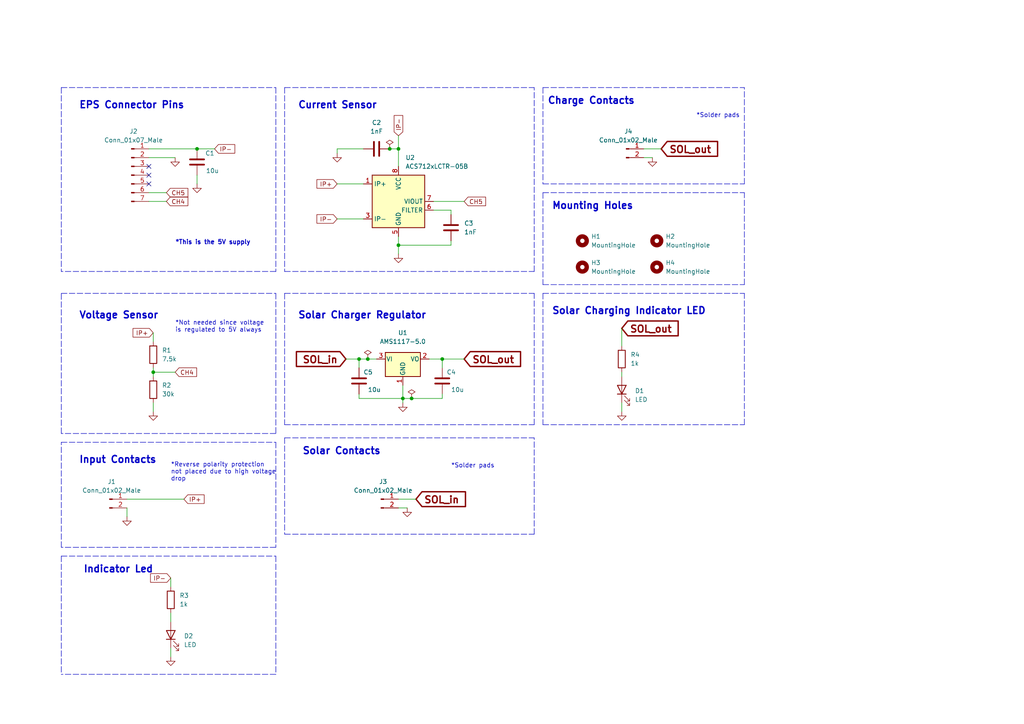
<source format=kicad_sch>
(kicad_sch (version 20211123) (generator eeschema)
  (paper "A4")
  (lib_symbols
    (symbol "Connector:Conn_01x02_Male" (pin_names (offset 1.016) hide)
      (property "Reference" "J" (at 0 2.54 0))
      (property "Value" "Conn_01x02_Male" (at 0 -5.08 0))
      (symbol "Conn_01x02_Male_1_1"
        (polyline (pts (xy 1.27 -2.54) (xy 0.8636 -2.54)) (stroke (width 0.1524)))
        (polyline (pts (xy 1.27 0) (xy 0.8636 0)) (stroke (width 0.1524)))
        (rectangle (start 0.8636 -2.413) (end 0 -2.667) (stroke (width 0.1524)) (fill (type outline)))
        (rectangle (start 0.8636 0.127) (end 0 -0.127) (stroke (width 0.1524)) (fill (type outline)))
        (pin passive line (at 5.08 0 180) (length 3.81) (name "Pin_1") (number "1"))
        (pin passive line (at 5.08 -2.54 180) (length 3.81) (name "Pin_2") (number "2"))
      )
    )
    (symbol "Connector:Conn_01x07_Male" (pin_names (offset 1.016) hide)
      (property "Reference" "J" (at 0 10.16 0))
      (property "Value" "Conn_01x07_Male" (at 0 -10.16 0))
      (symbol "Conn_01x07_Male_1_1"
        (polyline (pts (xy 1.27 -7.62) (xy 0.8636 -7.62)) (stroke (width 0.1524)))
        (polyline (pts (xy 1.27 -5.08) (xy 0.8636 -5.08)) (stroke (width 0.1524)))
        (polyline (pts (xy 1.27 -2.54) (xy 0.8636 -2.54)) (stroke (width 0.1524)))
        (polyline (pts (xy 1.27 0) (xy 0.8636 0)) (stroke (width 0.1524)))
        (polyline (pts (xy 1.27 2.54) (xy 0.8636 2.54)) (stroke (width 0.1524)))
        (polyline (pts (xy 1.27 5.08) (xy 0.8636 5.08)) (stroke (width 0.1524)))
        (polyline (pts (xy 1.27 7.62) (xy 0.8636 7.62)) (stroke (width 0.1524)))
        (rectangle (start 0.8636 -7.493) (end 0 -7.747) (stroke (width 0.1524)) (fill (type outline)))
        (rectangle (start 0.8636 -4.953) (end 0 -5.207) (stroke (width 0.1524)) (fill (type outline)))
        (rectangle (start 0.8636 -2.413) (end 0 -2.667) (stroke (width 0.1524)) (fill (type outline)))
        (rectangle (start 0.8636 0.127) (end 0 -0.127) (stroke (width 0.1524)) (fill (type outline)))
        (rectangle (start 0.8636 2.667) (end 0 2.413) (stroke (width 0.1524)) (fill (type outline)))
        (rectangle (start 0.8636 5.207) (end 0 4.953) (stroke (width 0.1524)) (fill (type outline)))
        (rectangle (start 0.8636 7.747) (end 0 7.493) (stroke (width 0.1524)) (fill (type outline)))
        (pin passive line (at 5.08 7.62 180) (length 3.81) (name "Pin_1") (number "1"))
        (pin passive line (at 5.08 5.08 180) (length 3.81) (name "Pin_2") (number "2"))
        (pin passive line (at 5.08 2.54 180) (length 3.81) (name "Pin_3") (number "3"))
        (pin passive line (at 5.08 0 180) (length 3.81) (name "Pin_4") (number "4"))
        (pin passive line (at 5.08 -2.54 180) (length 3.81) (name "Pin_5") (number "5"))
        (pin passive line (at 5.08 -5.08 180) (length 3.81) (name "Pin_6") (number "6"))
        (pin passive line (at 5.08 -7.62 180) (length 3.81) (name "Pin_7") (number "7"))
      )
    )
    (symbol "Device:C" (pin_numbers hide) (pin_names (offset 0.254))
      (property "Reference" "C" (at 0.635 2.54 0))
      (property "Value" "C" (at 0.635 -2.54 0))
      (symbol "C_0_1"
        (polyline (pts (xy -2.032 -0.762) (xy 2.032 -0.762)) (stroke (width 0.508)))
        (polyline (pts (xy -2.032 0.762) (xy 2.032 0.762)) (stroke (width 0.508)))
      )
      (symbol "C_1_1"
        (pin passive line (at 0 3.81 270) (length 2.794) (name "~") (number "1"))
        (pin passive line (at 0 -3.81 90) (length 2.794) (name "~") (number "2"))
      )
    )
    (symbol "Device:LED" (pin_numbers hide) (pin_names (offset 1.016) hide)
      (property "Reference" "D" (at 0 2.54 0))
      (property "Value" "LED" (at 0 -2.54 0))
      (symbol "LED_0_1"
        (polyline (pts (xy -1.27 -1.27) (xy -1.27 1.27)) (stroke (width 0.254)))
        (polyline (pts (xy -1.27 0) (xy 1.27 0)))
        (polyline (pts (xy 1.27 -1.27) (xy 1.27 1.27) (xy -1.27 0) (xy 1.27 -1.27)) (stroke (width 0.254)))
        (polyline (pts (xy -3.048 -0.762) (xy -4.572 -2.286) (xy -3.81 -2.286) (xy -4.572 -2.286) (xy -4.572 -1.524)))
        (polyline (pts (xy -1.778 -0.762) (xy -3.302 -2.286) (xy -2.54 -2.286) (xy -3.302 -2.286) (xy -3.302 -1.524)))
      )
      (symbol "LED_1_1"
        (pin passive line (at -3.81 0 0) (length 2.54) (name "K") (number "1"))
        (pin passive line (at 3.81 0 180) (length 2.54) (name "A") (number "2"))
      )
    )
    (symbol "Device:R" (pin_numbers hide) (pin_names (offset 0))
      (property "Reference" "R" (at 2.032 0 90))
      (property "Value" "R" (at 0 0 90))
      (symbol "R_0_1"
        (rectangle (start -1.016 -2.54) (end 1.016 2.54) (stroke (width 0.254)))
      )
      (symbol "R_1_1"
        (pin passive line (at 0 3.81 270) (length 1.27) (name "~") (number "1"))
        (pin passive line (at 0 -3.81 90) (length 1.27) (name "~") (number "2"))
      )
    )
    (symbol "Mechanical:MountingHole" (pin_names (offset 1.016))
      (property "Reference" "H" (at 0 5.08 0))
      (property "Value" "MountingHole" (at 0 3.175 0))
      (symbol "MountingHole_0_1"
        (circle (center 0 0) (radius 1.27) (stroke (width 1.27)))
      )
    )
    (symbol "Regulator_Linear:AMS1117-5.0" (pin_names (offset 0.254))
      (property "Reference" "U" (at -3.81 3.175 0))
      (property "Value" "AMS1117-5.0" (at 0 3.175 0))
      (symbol "AMS1117-5.0_0_1"
        (rectangle (start -5.08 -5.08) (end 5.08 1.905) (stroke (width 0.254)) (fill (type background)))
      )
      (symbol "AMS1117-5.0_1_1"
        (pin power_in line (at 0 -7.62 90) (length 2.54) (name "GND") (number "1"))
        (pin power_out line (at 7.62 0 180) (length 2.54) (name "VO") (number "2"))
        (pin power_in line (at -7.62 0 0) (length 2.54) (name "VI") (number "3"))
      )
    )
    (symbol "Sensor_Current:ACS712xLCTR-05B"
      (property "Reference" "U" (at 2.54 11.43 0))
      (property "Value" "ACS712xLCTR-05B" (at 2.54 8.89 0))
      (symbol "ACS712xLCTR-05B_0_1"
        (rectangle (start -7.62 7.62) (end 7.62 -7.62) (stroke (width 0.254)) (fill (type background)))
      )
      (symbol "ACS712xLCTR-05B_1_1"
        (pin passive line (at -10.16 5.08 0) (length 2.54) (name "IP+") (number "1"))
        (pin passive line (at -10.16 5.08 0) (length 2.54) hide (name "IP+") (number "2"))
        (pin passive line (at -10.16 -5.08 0) (length 2.54) (name "IP-") (number "3"))
        (pin passive line (at -10.16 -5.08 0) (length 2.54) hide (name "IP-") (number "4"))
        (pin power_in line (at 0 -10.16 90) (length 2.54) (name "GND") (number "5"))
        (pin passive line (at 10.16 -2.54 180) (length 2.54) (name "FILTER") (number "6"))
        (pin output line (at 10.16 0 180) (length 2.54) (name "VIOUT") (number "7"))
        (pin power_in line (at 0 10.16 270) (length 2.54) (name "VCC") (number "8"))
      )
    )
    (symbol "power:GND" (power) (pin_names (offset 0))
      (property "Value" "GND" (at 0 -3.81 0))
      (symbol "GND_0_1"
        (polyline (pts (xy 0 0) (xy 0 -1.27) (xy 1.27 -1.27) (xy 0 -2.54) (xy -1.27 -1.27) (xy 0 -1.27)))
      )
      (symbol "GND_1_1"
        (pin power_in line (at 0 0 270) (length 0) hide (name "GND") (number "1"))
      )
    )
    (symbol "power:PWR_FLAG" (power) (pin_numbers hide) (pin_names (offset 0) hide)
      (property "Value" "PWR_FLAG" (at 0 3.81 0))
      (symbol "PWR_FLAG_0_0"
        (pin power_out line (at 0 0 90) (length 0) (name "pwr") (number "1"))
      )
      (symbol "PWR_FLAG_0_1"
        (polyline (pts (xy 0 0) (xy 0 1.27) (xy -1.016 1.905) (xy 0 2.54) (xy 1.016 1.905) (xy 0 1.27)))
      )
    )
  )
  (junction (at 115.57 43.18))
  (junction (at 57.15 43.18))
  (junction (at 119.38 115.57))
  (junction (at 116.84 115.57))
  (junction (at 106.68 104.14))
  (junction (at 113.03 43.18))
  (junction (at 104.14 104.14))
  (junction (at 44.45 107.95))
  (junction (at 115.57 71.12))
  (junction (at 128.27 104.14))
  (no_connect (at 43.18 53.34))
  (no_connect (at 43.18 50.8))
  (no_connect (at 43.18 48.26))
  (wire (pts (xy 43.18 55.88) (xy 48.26 55.88)))
  (polyline (pts (xy 82.55 154.94) (xy 154.94 154.94)))
  (polyline (pts (xy 82.55 85.09) (xy 82.55 123.19)))
  (polyline (pts (xy 17.78 161.29) (xy 80.01 161.29)))
  (polyline (pts (xy 80.01 25.4) (xy 80.01 78.74)))
  (polyline (pts (xy 17.78 158.75) (xy 17.78 128.27)))
  (polyline (pts (xy 154.94 78.74) (xy 154.94 25.4)))
  (polyline (pts (xy 17.78 25.4) (xy 80.01 25.4)))
  (polyline (pts (xy 82.55 127) (xy 82.55 154.94)))
  (wire (pts (xy 128.27 104.14) (xy 128.27 106.68)))
  (wire (pts (xy 36.83 144.78) (xy 53.34 144.78)))
  (wire (pts (xy 124.46 104.14) (xy 128.27 104.14)))
  (polyline (pts (xy 157.48 25.4) (xy 157.48 53.34)))
  (wire (pts (xy 104.14 115.57) (xy 116.84 115.57)))
  (wire (pts (xy 119.38 115.57) (xy 128.27 115.57)))
  (wire (pts (xy 115.57 71.12) (xy 115.57 73.66)))
  (wire (pts (xy 97.79 43.18) (xy 105.41 43.18)))
  (polyline (pts (xy 17.78 128.27) (xy 80.01 128.27)))
  (wire (pts (xy 116.84 115.57) (xy 119.38 115.57)))
  (polyline (pts (xy 80.01 85.09) (xy 80.01 125.73)))
  (wire (pts (xy 104.14 114.3) (xy 104.14 115.57)))
  (wire (pts (xy 115.57 147.32) (xy 118.11 147.32)))
  (wire (pts (xy 180.34 107.95) (xy 180.34 109.22)))
  (wire (pts (xy 49.53 167.64) (xy 49.53 170.18)))
  (polyline (pts (xy 17.78 161.29) (xy 17.78 195.58)))
  (polyline (pts (xy 82.55 25.4) (xy 154.94 25.4)))
  (wire (pts (xy 116.84 111.76) (xy 116.84 115.57)))
  (wire (pts (xy 116.84 115.57) (xy 116.84 116.84)))
  (polyline (pts (xy 157.48 85.09) (xy 157.48 123.19)))
  (polyline (pts (xy 157.48 55.88) (xy 215.9 55.88)))
  (wire (pts (xy 115.57 43.18) (xy 115.57 48.26)))
  (polyline (pts (xy 82.55 78.74) (xy 154.94 78.74)))
  (polyline (pts (xy 82.55 123.19) (xy 154.94 123.19)))
  (wire (pts (xy 44.45 107.95) (xy 50.8 107.95)))
  (polyline (pts (xy 80.01 158.75) (xy 17.78 158.75)))
  (wire (pts (xy 180.34 95.25) (xy 180.34 100.33)))
  (wire (pts (xy 97.79 53.34) (xy 105.41 53.34)))
  (polyline (pts (xy 80.01 195.58) (xy 17.78 195.58)))
  (wire (pts (xy 125.73 58.42) (xy 134.62 58.42)))
  (polyline (pts (xy 154.94 154.94) (xy 154.94 127)))
  (polyline (pts (xy 157.48 25.4) (xy 215.9 25.4)))
  (wire (pts (xy 130.81 71.12) (xy 115.57 71.12)))
  (wire (pts (xy 43.18 45.72) (xy 50.8 45.72)))
  (polyline (pts (xy 215.9 123.19) (xy 215.9 85.09)))
  (polyline (pts (xy 157.48 123.19) (xy 215.9 123.19)))
  (polyline (pts (xy 215.9 82.55) (xy 215.9 55.88)))
  (polyline (pts (xy 154.94 123.19) (xy 154.94 85.09)))
  (wire (pts (xy 130.81 69.85) (xy 130.81 71.12)))
  (wire (pts (xy 128.27 104.14) (xy 134.62 104.14)))
  (wire (pts (xy 97.79 63.5) (xy 105.41 63.5)))
  (wire (pts (xy 43.18 58.42) (xy 48.26 58.42)))
  (polyline (pts (xy 17.78 85.09) (xy 80.01 85.09)))
  (wire (pts (xy 36.83 147.32) (xy 36.83 149.86)))
  (wire (pts (xy 44.45 116.84) (xy 44.45 119.38)))
  (wire (pts (xy 97.79 44.45) (xy 97.79 43.18)))
  (wire (pts (xy 125.73 60.96) (xy 130.81 60.96)))
  (wire (pts (xy 106.68 104.14) (xy 109.22 104.14)))
  (wire (pts (xy 180.34 116.84) (xy 180.34 119.38)))
  (wire (pts (xy 113.03 43.18) (xy 115.57 43.18)))
  (polyline (pts (xy 215.9 53.34) (xy 215.9 25.4)))
  (wire (pts (xy 115.57 39.37) (xy 115.57 43.18)))
  (wire (pts (xy 49.53 187.96) (xy 49.53 190.5)))
  (polyline (pts (xy 17.78 25.4) (xy 17.78 78.74)))
  (wire (pts (xy 104.14 104.14) (xy 106.68 104.14)))
  (wire (pts (xy 128.27 115.57) (xy 128.27 114.3)))
  (polyline (pts (xy 80.01 78.74) (xy 17.78 78.74)))
  (polyline (pts (xy 82.55 25.4) (xy 82.55 78.74)))
  (wire (pts (xy 186.69 43.18) (xy 191.77 43.18)))
  (wire (pts (xy 44.45 106.68) (xy 44.45 107.95)))
  (wire (pts (xy 44.45 107.95) (xy 44.45 109.22)))
  (wire (pts (xy 115.57 68.58) (xy 115.57 71.12)))
  (polyline (pts (xy 82.55 127) (xy 154.94 127)))
  (polyline (pts (xy 80.01 128.27) (xy 80.01 158.75)))
  (wire (pts (xy 104.14 104.14) (xy 104.14 106.68)))
  (wire (pts (xy 57.15 50.8) (xy 57.15 53.34)))
  (polyline (pts (xy 157.48 82.55) (xy 215.9 82.55)))
  (polyline (pts (xy 17.78 125.73) (xy 17.78 85.09)))
  (wire (pts (xy 115.57 144.78) (xy 120.65 144.78)))
  (wire (pts (xy 130.81 60.96) (xy 130.81 62.23)))
  (polyline (pts (xy 82.55 85.09) (xy 154.94 85.09)))
  (wire (pts (xy 100.33 104.14) (xy 104.14 104.14)))
  (wire (pts (xy 44.45 96.52) (xy 44.45 99.06)))
  (polyline (pts (xy 157.48 85.09) (xy 215.9 85.09)))
  (polyline (pts (xy 80.01 161.29) (xy 80.01 195.58)))
  (polyline (pts (xy 80.01 125.73) (xy 17.78 125.73)))
  (wire (pts (xy 186.69 45.72) (xy 189.23 45.72)))
  (wire (pts (xy 43.18 43.18) (xy 57.15 43.18)))
  (wire (pts (xy 49.53 177.8) (xy 49.53 180.34)))
  (wire (pts (xy 57.15 43.18) (xy 62.23 43.18)))
  (polyline (pts (xy 157.48 53.34) (xy 215.9 53.34)))
  (polyline (pts (xy 157.48 55.88) (xy 157.48 82.55)))
  (text "Solar Charging Indicator LED" (at 160.02 91.44 0) (effects (font (size 2 2) bold) (justify left bottom)))
  (text "*Not needed since voltage \nis regulated to 5V always" (at 50.8 96.52 0) (effects (font (size 1.27 1.27)) (justify left bottom)))
  (text "*This is the 5V supply\n" (at 50.8 71.12 0) (effects (font (size 1.27 1.27) bold) (justify left bottom)))
  (text "Indicator Led" (at 24.13 166.37 0) (effects (font (size 2 2) (thickness 0.4) bold) (justify left bottom)))
  (text "*Solder pads" (at 201.93 34.29 0) (effects (font (size 1.27 1.27)) (justify left bottom)))
  (text "Charge Contacts" (at 158.75 30.48 0) (effects (font (size 2 2) bold) (justify left bottom)))
  (text "Solar Charger Regulator" (at 86.36 92.71 0) (effects (font (size 2 2) bold) (justify left bottom)))
  (text "Solar Contacts" (at 87.63 132.08 0) (effects (font (size 2 2) bold) (justify left bottom)))
  (text "Input Contacts" (at 22.86 134.62 0) (effects (font (size 2 2) bold) (justify left bottom)))
  (text "*Reverse polarity protection \nnot placed due to high voltage \ndrop" (at 49.53 139.7 0) (effects (font (size 1.27 1.27)) (justify left bottom)))
  (text "Mounting Holes" (at 160.02 60.96 0) (effects (font (size 2 2) (thickness 0.4) bold) (justify left bottom)))
  (text "Current Sensor" (at 86.36 31.75 0) (effects (font (size 2 2) bold) (justify left bottom)))
  (text "Voltage Sensor" (at 22.86 92.71 0) (effects (font (size 2 2) bold) (justify left bottom)))
  (text "EPS Connector Pins" (at 22.86 31.75 0) (effects (font (size 2 2) (thickness 0.4) bold) (justify left bottom)))
  (text "*Solder pads" (at 130.81 135.89 0) (effects (font (size 1.27 1.27)) (justify left bottom)))
  (global_label "CH5" (shape input) (at 48.26 55.88 0) (property "Intersheet References" "${INTERSHEET_REFS}" (effects hide)))
  (global_label "SOL_out" (shape input) (at 180.34 95.25 0) (effects (font (size 2 2) bold)) (property "Intersheet References" "${INTERSHEET_REFS}" (effects hide)))
  (global_label "IP-" (shape input) (at 97.79 63.5 180) (property "Intersheet References" "${INTERSHEET_REFS}" (effects hide)))
  (global_label "IP-" (shape input) (at 49.53 167.64 180) (property "Intersheet References" "${INTERSHEET_REFS}" (effects hide)))
  (global_label "IP+" (shape input) (at 97.79 53.34 180) (property "Intersheet References" "${INTERSHEET_REFS}" (effects hide)))
  (global_label "CH5" (shape input) (at 134.62 58.42 0) (property "Intersheet References" "${INTERSHEET_REFS}" (effects hide)))
  (global_label "IP+" (shape input) (at 44.45 96.52 180) (property "Intersheet References" "${INTERSHEET_REFS}" (effects hide)))
  (global_label "SOL_out" (shape input) (at 134.62 104.14 0) (effects (font (size 2 2) bold)) (property "Intersheet References" "${INTERSHEET_REFS}" (effects hide)))
  (global_label "IP+" (shape input) (at 53.34 144.78 0) (property "Intersheet References" "${INTERSHEET_REFS}" (effects hide)))
  (global_label "CH4" (shape input) (at 48.26 58.42 0) (property "Intersheet References" "${INTERSHEET_REFS}" (effects hide)))
  (global_label "SOL_in" (shape input) (at 100.33 104.14 180) (effects (font (size 2 2) bold)) (property "Intersheet References" "${INTERSHEET_REFS}" (effects hide)))
  (global_label "IP-" (shape input) (at 115.57 39.37 90) (property "Intersheet References" "${INTERSHEET_REFS}" (effects hide)))
  (global_label "SOL_out" (shape input) (at 191.77 43.18 0) (effects (font (size 2 2) bold)) (property "Intersheet References" "${INTERSHEET_REFS}" (effects hide)))
  (global_label "CH4" (shape input) (at 50.8 107.95 0) (property "Intersheet References" "${INTERSHEET_REFS}" (effects hide)))
  (global_label "SOL_in" (shape input) (at 120.65 144.78 0) (effects (font (size 2 2) bold)) (property "Intersheet References" "${INTERSHEET_REFS}" (effects hide)))
  (global_label "IP-" (shape input) (at 62.23 43.18 0) (property "Intersheet References" "${INTERSHEET_REFS}" (effects hide)))
  (symbol (lib_id "Mechanical:MountingHole") (at 190.5 69.85 0) (unit 1)
    (property "Reference" "H2" (at 193.04 68.5799 0) (effects (justify left)))
    (property "Value" "MountingHole" (at 193.04 71.1199 0) (effects (justify left)))
    (property "Footprint" "MountingHole:MountingHole_3.2mm_M3" (effects hide))
  )
  (symbol (lib_id "Device:LED") (at 180.34 113.03 90) (unit 1)
    (property "Reference" "D1" (at 184.15 113.3474 90) (effects (justify right)))
    (property "Value" "LED" (at 184.15 115.8874 90) (effects (justify right)))
    (property "Footprint" "LED_SMD:LED_0805_2012Metric" (effects hide))
  )
  (symbol (lib_id "Sensor_Current:ACS712xLCTR-05B") (at 115.57 58.42 0) (unit 1)
    (property "Reference" "U2" (at 117.5894 45.72 0) (effects (justify left)))
    (property "Value" "ACS712xLCTR-05B" (at 117.5894 48.26 0) (effects (justify left)))
    (property "Footprint" "Package_SO:SOIC-8_3.9x4.9mm_P1.27mm" (effects hide))
    (property "Datasheet" "http://www.allegromicro.com/~/media/Files/Datasheets/ACS712-Datasheet.ashx?la=en" (effects hide))
  )
  (symbol (lib_id "power:PWR_FLAG") (at 113.03 43.18 0) (unit 1)
    (property "Reference" "#FLG0101" (effects hide))
    (property "Value" "PWR_FLAG" (effects hide))
  )
  (symbol (lib_id "Device:R") (at 180.34 104.14 0) (unit 1)
    (property "Reference" "R4" (at 182.88 102.8699 0) (effects (justify left)))
    (property "Value" "1k" (at 182.88 105.4099 0) (effects (justify left)))
    (property "Footprint" "Resistor_SMD:R_0603_1608Metric" (effects hide))
  )
  (symbol (lib_id "Device:LED") (at 49.53 184.15 90) (unit 1)
    (property "Reference" "D2" (at 53.34 184.4674 90) (effects (justify right)))
    (property "Value" "LED" (at 53.34 187.0074 90) (effects (justify right)))
    (property "Footprint" "LED_SMD:LED_0805_2012Metric" (effects hide))
  )
  (symbol (lib_id "Device:R") (at 44.45 102.87 0) (unit 1)
    (property "Reference" "R1" (at 46.99 101.5999 0) (effects (justify left)))
    (property "Value" "7.5k" (at 46.99 104.1399 0) (effects (justify left)))
    (property "Footprint" "Resistor_SMD:R_0603_1608Metric" (effects hide))
  )
  (symbol (lib_id "power:GND") (at 118.11 147.32 0) (unit 1)
    (property "Reference" "#PWR09" (effects hide))
    (property "Value" "GND" (effects hide))
  )
  (symbol (lib_id "Mechanical:MountingHole") (at 168.91 69.85 0) (unit 1)
    (property "Reference" "H1" (at 171.45 68.5799 0) (effects (justify left)))
    (property "Value" "MountingHole" (at 171.45 71.1199 0) (effects (justify left)))
    (property "Footprint" "MountingHole:MountingHole_3.2mm_M3" (effects hide))
  )
  (symbol (lib_id "power:GND") (at 50.8 45.72 0) (mirror y) (unit 1)
    (property "Reference" "#PWR0104" (effects hide))
    (property "Value" "GND" (effects hide))
  )
  (symbol (lib_id "power:GND") (at 116.84 116.84 0) (unit 1)
    (property "Reference" "#PWR08" (effects hide))
    (property "Value" "GND" (effects hide))
  )
  (symbol (lib_id "Connector:Conn_01x07_Male") (at 38.1 50.8 0) (unit 1)
    (property "Reference" "J2" (at 38.735 38.1 0))
    (property "Value" "Conn_01x07_Male" (at 38.735 40.64 0))
    (property "Footprint" "Connector_PinHeader_2.54mm:PinHeader_1x07_P2.54mm_Vertical" (effects hide))
  )
  (symbol (lib_id "Connector:Conn_01x02_Male") (at 31.75 144.78 0) (unit 1)
    (property "Reference" "J1" (at 32.385 139.7 0))
    (property "Value" "Conn_01x02_Male" (at 32.385 142.24 0))
    (property "Footprint" "Connector_Wire:SolderWire-0.75sqmm_1x02_P7mm_D1.25mm_OD3.5mm_Relief" (effects hide))
  )
  (symbol (lib_id "power:PWR_FLAG") (at 119.38 115.57 0) (unit 1)
    (property "Reference" "#FLG0103" (effects hide))
    (property "Value" "PWR_FLAG" (effects hide))
  )
  (symbol (lib_id "power:GND") (at 97.79 44.45 0) (mirror y) (unit 1)
    (property "Reference" "#PWR0102" (effects hide))
    (property "Value" "GND" (effects hide))
  )
  (symbol (lib_id "Device:C") (at 57.15 46.99 0) (mirror x) (unit 1)
    (property "Reference" "C1" (at 62.23 44.45 0) (effects (justify right)))
    (property "Value" "10u" (at 63.5 49.53 0) (effects (justify right)))
    (property "Footprint" "Capacitor_SMD:C_0805_2012Metric" (effects hide))
  )
  (symbol (lib_id "power:GND") (at 44.45 119.38 0) (unit 1)
    (property "Reference" "#PWR03" (effects hide))
    (property "Value" "GND" (effects hide))
  )
  (symbol (lib_id "power:PWR_FLAG") (at 106.68 104.14 0) (unit 1)
    (property "Reference" "#FLG0102" (effects hide))
    (property "Value" "PWR_FLAG" (effects hide))
  )
  (symbol (lib_id "power:GND") (at 189.23 45.72 0) (unit 1)
    (property "Reference" "#PWR010" (effects hide))
    (property "Value" "GND" (effects hide))
  )
  (symbol (lib_id "Device:R") (at 44.45 113.03 0) (unit 1)
    (property "Reference" "R2" (at 46.99 111.7599 0) (effects (justify left)))
    (property "Value" "30k" (at 46.99 114.2999 0) (effects (justify left)))
    (property "Footprint" "Resistor_SMD:R_0603_1608Metric" (effects hide))
  )
  (symbol (lib_id "Device:C") (at 104.14 110.49 0) (unit 1)
    (property "Reference" "C5" (at 105.41 107.95 0) (effects (justify left)))
    (property "Value" "10u" (at 106.68 113.03 0) (effects (justify left)))
    (property "Footprint" "Capacitor_SMD:C_0805_2012Metric" (effects hide))
  )
  (symbol (lib_id "Connector:Conn_01x02_Male") (at 110.49 144.78 0) (unit 1)
    (property "Reference" "J3" (at 111.125 139.7 0))
    (property "Value" "Conn_01x02_Male" (at 111.125 142.24 0))
    (property "Footprint" "Connector_Wire:SolderWire-0.75sqmm_1x02_P7mm_D1.25mm_OD3.5mm_Relief" (effects hide))
  )
  (symbol (lib_id "Device:C") (at 109.22 43.18 90) (unit 1)
    (property "Reference" "C2" (at 109.22 35.56 90))
    (property "Value" "1nF" (at 109.22 38.1 90))
    (property "Footprint" "Capacitor_SMD:C_0805_2012Metric" (effects hide))
  )
  (symbol (lib_id "power:GND") (at 49.53 190.5 0) (unit 1)
    (property "Reference" "#PWR06" (effects hide))
    (property "Value" "GND" (effects hide))
  )
  (symbol (lib_id "Connector:Conn_01x02_Male") (at 181.61 43.18 0) (unit 1)
    (property "Reference" "J4" (at 182.245 38.1 0))
    (property "Value" "Conn_01x02_Male" (at 182.245 40.64 0))
    (property "Footprint" "Connector_Wire:SolderWire-0.75sqmm_1x02_P7mm_D1.25mm_OD3.5mm_Relief" (effects hide))
  )
  (symbol (lib_id "Regulator_Linear:AMS1117-5.0") (at 116.84 104.14 0) (unit 1)
    (property "Reference" "U1" (at 116.84 96.52 0))
    (property "Value" "AMS1117-5.0" (at 116.84 99.06 0))
    (property "Footprint" "Package_TO_SOT_SMD:SOT-223-3_TabPin2" (effects hide))
    (property "Datasheet" "http://www.advanced-monolithic.com/pdf/ds1117.pdf" (effects hide))
  )
  (symbol (lib_id "Device:C") (at 128.27 110.49 0) (unit 1)
    (property "Reference" "C4" (at 129.54 107.95 0) (effects (justify left)))
    (property "Value" "10u" (at 130.81 113.03 0) (effects (justify left)))
    (property "Footprint" "Capacitor_SMD:C_0805_2012Metric" (effects hide))
  )
  (symbol (lib_id "power:GND") (at 36.83 149.86 0) (unit 1)
    (property "Reference" "#PWR02" (effects hide))
    (property "Value" "GND" (effects hide))
  )
  (symbol (lib_id "power:GND") (at 57.15 53.34 0) (mirror y) (unit 1)
    (property "Reference" "#PWR0105" (effects hide))
    (property "Value" "GND" (effects hide))
  )
  (symbol (lib_id "Mechanical:MountingHole") (at 190.5 77.47 0) (unit 1)
    (property "Reference" "H4" (at 193.04 76.1999 0) (effects (justify left)))
    (property "Value" "MountingHole" (at 193.04 78.7399 0) (effects (justify left)))
    (property "Footprint" "MountingHole:MountingHole_3.2mm_M3" (effects hide))
  )
  (symbol (lib_id "power:GND") (at 115.57 73.66 0) (mirror y) (unit 1)
    (property "Reference" "#PWR0103" (effects hide))
    (property "Value" "GND" (effects hide))
  )
  (symbol (lib_id "Mechanical:MountingHole") (at 168.91 77.47 0) (unit 1)
    (property "Reference" "H3" (at 171.45 76.1999 0) (effects (justify left)))
    (property "Value" "MountingHole" (at 171.45 78.7399 0) (effects (justify left)))
    (property "Footprint" "MountingHole:MountingHole_3.2mm_M3" (effects hide))
  )
  (symbol (lib_id "power:GND") (at 180.34 119.38 0) (unit 1)
    (property "Reference" "#PWR0101" (effects hide))
    (property "Value" "GND" (effects hide))
  )
  (symbol (lib_id "Device:R") (at 49.53 173.99 0) (unit 1)
    (property "Reference" "R3" (at 52.07 172.7199 0) (effects (justify left)))
    (property "Value" "1k" (at 52.07 175.2599 0) (effects (justify left)))
    (property "Footprint" "Resistor_SMD:R_0603_1608Metric" (effects hide))
  )
  (symbol (lib_id "Device:C") (at 130.81 66.04 0) (unit 1)
    (property "Reference" "C3" (at 134.62 64.7699 0) (effects (justify left)))
    (property "Value" "1nF" (at 134.62 67.3099 0) (effects (justify left)))
    (property "Footprint" "Capacitor_SMD:C_0805_2012Metric" (effects hide))
  )
)
</source>
